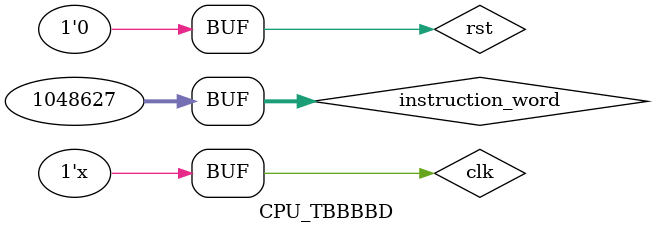
<source format=v>
`timescale 1ns / 1ps


module CPU_TBBBBD;

	// Inputs
	reg clk;
	reg rst;
	reg [31:0] instruction_word;

	// Outputs
	wire [31:0] Addition_result;

	// Instantiate the Unit Under Test (UUT)
	DataPath uut (
		.clk(clk), 
		.rst(rst), 
		.Addition_result(Addition_result), 
		.instruction_word(instruction_word)
	);
	always #5 clk = ~clk;
	initial begin
		// Initialize Inputs
		clk = 0;
		rst = 1;
		instruction_word = 0;

		// Wait 100 ns for global reset to finish
		#100;
		rst = 0;
		#10;
		instruction_word =  32'b00000000000100000111000010010011;
		#10;
		instruction_word =  32'b00000000000100000111000000010011;
		#10;
      instruction_word =  32'b00000000000100000000000000110011;
		#10;
		// Add stimulus here

	end
      
endmodule


</source>
